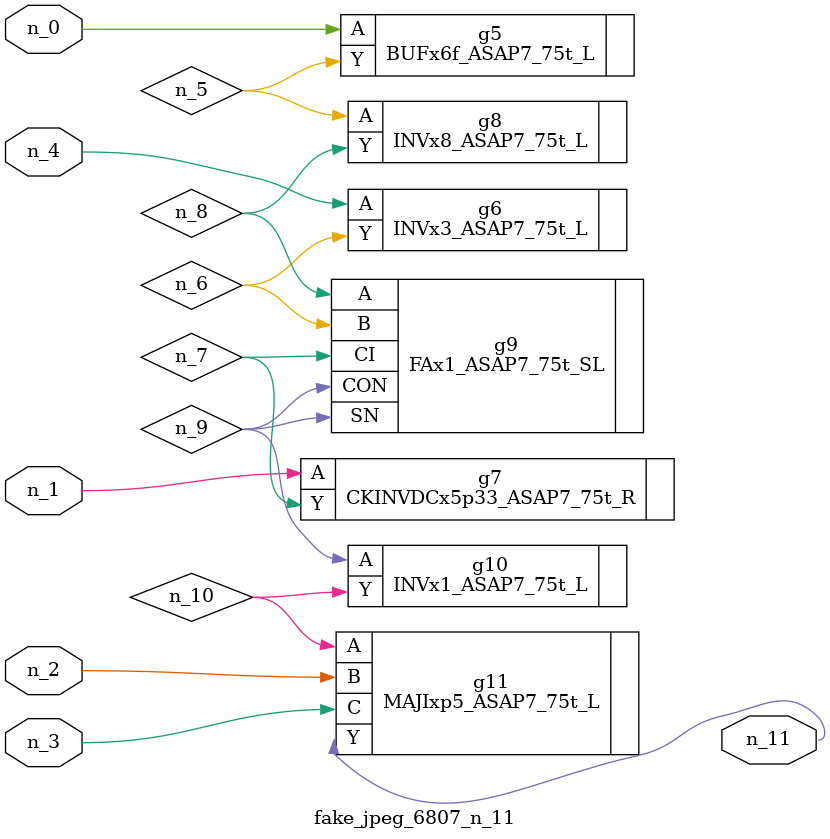
<source format=v>
module fake_jpeg_6807_n_11 (n_3, n_2, n_1, n_0, n_4, n_11);

input n_3;
input n_2;
input n_1;
input n_0;
input n_4;

output n_11;

wire n_10;
wire n_8;
wire n_9;
wire n_6;
wire n_5;
wire n_7;

BUFx6f_ASAP7_75t_L g5 ( 
.A(n_0),
.Y(n_5)
);

INVx3_ASAP7_75t_L g6 ( 
.A(n_4),
.Y(n_6)
);

CKINVDCx5p33_ASAP7_75t_R g7 ( 
.A(n_1),
.Y(n_7)
);

INVx8_ASAP7_75t_L g8 ( 
.A(n_5),
.Y(n_8)
);

FAx1_ASAP7_75t_SL g9 ( 
.A(n_8),
.B(n_6),
.CI(n_7),
.CON(n_9),
.SN(n_9)
);

INVx1_ASAP7_75t_L g10 ( 
.A(n_9),
.Y(n_10)
);

MAJIxp5_ASAP7_75t_L g11 ( 
.A(n_10),
.B(n_2),
.C(n_3),
.Y(n_11)
);


endmodule
</source>
